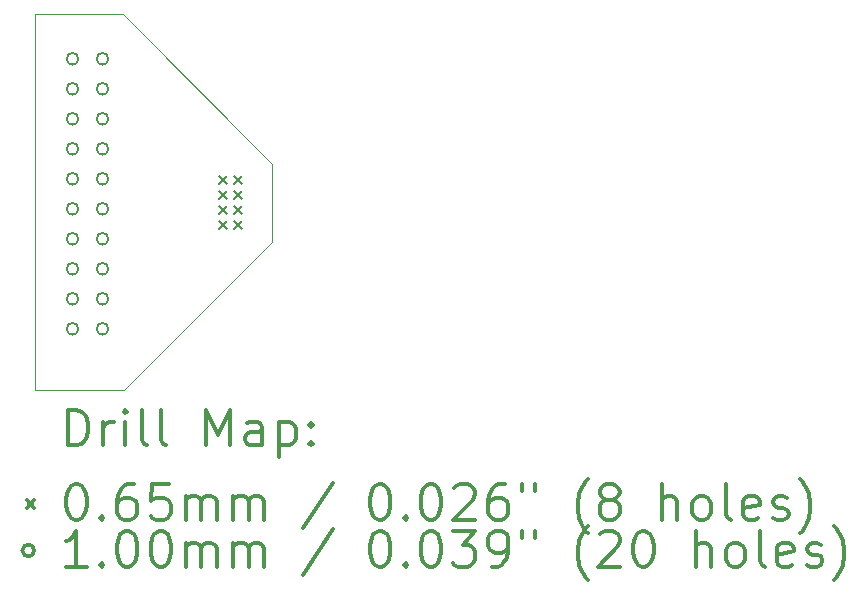
<source format=gbr>
%FSLAX45Y45*%
G04 Gerber Fmt 4.5, Leading zero omitted, Abs format (unit mm)*
G04 Created by KiCad (PCBNEW (5.1.6-0-10_14)) date 2022-05-20 12:21:23*
%MOMM*%
%LPD*%
G01*
G04 APERTURE LIST*
%TA.AperFunction,Profile*%
%ADD10C,0.100000*%
%TD*%
%ADD11C,0.200000*%
%ADD12C,0.300000*%
G04 APERTURE END LIST*
D10*
X8613140Y-7002780D02*
X8613140Y-6342380D01*
X7348220Y-5077460D02*
X8613140Y-6342380D01*
X6604000Y-5077460D02*
X7348220Y-5077460D01*
X6604000Y-8255000D02*
X6604000Y-5077460D01*
X7360920Y-8255000D02*
X6604000Y-8255000D01*
X8613140Y-7002780D02*
X7360920Y-8255000D01*
D11*
X8166620Y-6447040D02*
X8231620Y-6512040D01*
X8231620Y-6447040D02*
X8166620Y-6512040D01*
X8166620Y-6574040D02*
X8231620Y-6639040D01*
X8231620Y-6574040D02*
X8166620Y-6639040D01*
X8166620Y-6701040D02*
X8231620Y-6766040D01*
X8231620Y-6701040D02*
X8166620Y-6766040D01*
X8166620Y-6828040D02*
X8231620Y-6893040D01*
X8231620Y-6828040D02*
X8166620Y-6893040D01*
X8293620Y-6447040D02*
X8358620Y-6512040D01*
X8358620Y-6447040D02*
X8293620Y-6512040D01*
X8293620Y-6574040D02*
X8358620Y-6639040D01*
X8358620Y-6574040D02*
X8293620Y-6639040D01*
X8293620Y-6701040D02*
X8358620Y-6766040D01*
X8358620Y-6701040D02*
X8293620Y-6766040D01*
X8293620Y-6828040D02*
X8358620Y-6893040D01*
X8358620Y-6828040D02*
X8293620Y-6893040D01*
X6973000Y-5453000D02*
G75*
G03*
X6973000Y-5453000I-50000J0D01*
G01*
X6973000Y-5707000D02*
G75*
G03*
X6973000Y-5707000I-50000J0D01*
G01*
X6973000Y-5961000D02*
G75*
G03*
X6973000Y-5961000I-50000J0D01*
G01*
X6973000Y-6215000D02*
G75*
G03*
X6973000Y-6215000I-50000J0D01*
G01*
X6973000Y-6469000D02*
G75*
G03*
X6973000Y-6469000I-50000J0D01*
G01*
X6973000Y-6723000D02*
G75*
G03*
X6973000Y-6723000I-50000J0D01*
G01*
X6973000Y-6977000D02*
G75*
G03*
X6973000Y-6977000I-50000J0D01*
G01*
X6973000Y-7231000D02*
G75*
G03*
X6973000Y-7231000I-50000J0D01*
G01*
X6973000Y-7485000D02*
G75*
G03*
X6973000Y-7485000I-50000J0D01*
G01*
X6973000Y-7739000D02*
G75*
G03*
X6973000Y-7739000I-50000J0D01*
G01*
X7227000Y-5453000D02*
G75*
G03*
X7227000Y-5453000I-50000J0D01*
G01*
X7227000Y-5707000D02*
G75*
G03*
X7227000Y-5707000I-50000J0D01*
G01*
X7227000Y-5961000D02*
G75*
G03*
X7227000Y-5961000I-50000J0D01*
G01*
X7227000Y-6215000D02*
G75*
G03*
X7227000Y-6215000I-50000J0D01*
G01*
X7227000Y-6469000D02*
G75*
G03*
X7227000Y-6469000I-50000J0D01*
G01*
X7227000Y-6723000D02*
G75*
G03*
X7227000Y-6723000I-50000J0D01*
G01*
X7227000Y-6977000D02*
G75*
G03*
X7227000Y-6977000I-50000J0D01*
G01*
X7227000Y-7231000D02*
G75*
G03*
X7227000Y-7231000I-50000J0D01*
G01*
X7227000Y-7485000D02*
G75*
G03*
X7227000Y-7485000I-50000J0D01*
G01*
X7227000Y-7739000D02*
G75*
G03*
X7227000Y-7739000I-50000J0D01*
G01*
D12*
X6885428Y-8725714D02*
X6885428Y-8425714D01*
X6956857Y-8425714D01*
X6999714Y-8440000D01*
X7028286Y-8468572D01*
X7042571Y-8497143D01*
X7056857Y-8554286D01*
X7056857Y-8597143D01*
X7042571Y-8654286D01*
X7028286Y-8682857D01*
X6999714Y-8711429D01*
X6956857Y-8725714D01*
X6885428Y-8725714D01*
X7185428Y-8725714D02*
X7185428Y-8525714D01*
X7185428Y-8582857D02*
X7199714Y-8554286D01*
X7214000Y-8540000D01*
X7242571Y-8525714D01*
X7271143Y-8525714D01*
X7371143Y-8725714D02*
X7371143Y-8525714D01*
X7371143Y-8425714D02*
X7356857Y-8440000D01*
X7371143Y-8454286D01*
X7385428Y-8440000D01*
X7371143Y-8425714D01*
X7371143Y-8454286D01*
X7556857Y-8725714D02*
X7528286Y-8711429D01*
X7514000Y-8682857D01*
X7514000Y-8425714D01*
X7714000Y-8725714D02*
X7685428Y-8711429D01*
X7671143Y-8682857D01*
X7671143Y-8425714D01*
X8056857Y-8725714D02*
X8056857Y-8425714D01*
X8156857Y-8640000D01*
X8256857Y-8425714D01*
X8256857Y-8725714D01*
X8528286Y-8725714D02*
X8528286Y-8568572D01*
X8514000Y-8540000D01*
X8485428Y-8525714D01*
X8428286Y-8525714D01*
X8399714Y-8540000D01*
X8528286Y-8711429D02*
X8499714Y-8725714D01*
X8428286Y-8725714D01*
X8399714Y-8711429D01*
X8385428Y-8682857D01*
X8385428Y-8654286D01*
X8399714Y-8625714D01*
X8428286Y-8611429D01*
X8499714Y-8611429D01*
X8528286Y-8597143D01*
X8671143Y-8525714D02*
X8671143Y-8825714D01*
X8671143Y-8540000D02*
X8699714Y-8525714D01*
X8756857Y-8525714D01*
X8785428Y-8540000D01*
X8799714Y-8554286D01*
X8814000Y-8582857D01*
X8814000Y-8668572D01*
X8799714Y-8697143D01*
X8785428Y-8711429D01*
X8756857Y-8725714D01*
X8699714Y-8725714D01*
X8671143Y-8711429D01*
X8942571Y-8697143D02*
X8956857Y-8711429D01*
X8942571Y-8725714D01*
X8928286Y-8711429D01*
X8942571Y-8697143D01*
X8942571Y-8725714D01*
X8942571Y-8540000D02*
X8956857Y-8554286D01*
X8942571Y-8568572D01*
X8928286Y-8554286D01*
X8942571Y-8540000D01*
X8942571Y-8568572D01*
X6534000Y-9187500D02*
X6599000Y-9252500D01*
X6599000Y-9187500D02*
X6534000Y-9252500D01*
X6942571Y-9055714D02*
X6971143Y-9055714D01*
X6999714Y-9070000D01*
X7014000Y-9084286D01*
X7028286Y-9112857D01*
X7042571Y-9170000D01*
X7042571Y-9241429D01*
X7028286Y-9298572D01*
X7014000Y-9327143D01*
X6999714Y-9341429D01*
X6971143Y-9355714D01*
X6942571Y-9355714D01*
X6914000Y-9341429D01*
X6899714Y-9327143D01*
X6885428Y-9298572D01*
X6871143Y-9241429D01*
X6871143Y-9170000D01*
X6885428Y-9112857D01*
X6899714Y-9084286D01*
X6914000Y-9070000D01*
X6942571Y-9055714D01*
X7171143Y-9327143D02*
X7185428Y-9341429D01*
X7171143Y-9355714D01*
X7156857Y-9341429D01*
X7171143Y-9327143D01*
X7171143Y-9355714D01*
X7442571Y-9055714D02*
X7385428Y-9055714D01*
X7356857Y-9070000D01*
X7342571Y-9084286D01*
X7314000Y-9127143D01*
X7299714Y-9184286D01*
X7299714Y-9298572D01*
X7314000Y-9327143D01*
X7328286Y-9341429D01*
X7356857Y-9355714D01*
X7414000Y-9355714D01*
X7442571Y-9341429D01*
X7456857Y-9327143D01*
X7471143Y-9298572D01*
X7471143Y-9227143D01*
X7456857Y-9198572D01*
X7442571Y-9184286D01*
X7414000Y-9170000D01*
X7356857Y-9170000D01*
X7328286Y-9184286D01*
X7314000Y-9198572D01*
X7299714Y-9227143D01*
X7742571Y-9055714D02*
X7599714Y-9055714D01*
X7585428Y-9198572D01*
X7599714Y-9184286D01*
X7628286Y-9170000D01*
X7699714Y-9170000D01*
X7728286Y-9184286D01*
X7742571Y-9198572D01*
X7756857Y-9227143D01*
X7756857Y-9298572D01*
X7742571Y-9327143D01*
X7728286Y-9341429D01*
X7699714Y-9355714D01*
X7628286Y-9355714D01*
X7599714Y-9341429D01*
X7585428Y-9327143D01*
X7885428Y-9355714D02*
X7885428Y-9155714D01*
X7885428Y-9184286D02*
X7899714Y-9170000D01*
X7928286Y-9155714D01*
X7971143Y-9155714D01*
X7999714Y-9170000D01*
X8014000Y-9198572D01*
X8014000Y-9355714D01*
X8014000Y-9198572D02*
X8028286Y-9170000D01*
X8056857Y-9155714D01*
X8099714Y-9155714D01*
X8128286Y-9170000D01*
X8142571Y-9198572D01*
X8142571Y-9355714D01*
X8285428Y-9355714D02*
X8285428Y-9155714D01*
X8285428Y-9184286D02*
X8299714Y-9170000D01*
X8328286Y-9155714D01*
X8371143Y-9155714D01*
X8399714Y-9170000D01*
X8414000Y-9198572D01*
X8414000Y-9355714D01*
X8414000Y-9198572D02*
X8428286Y-9170000D01*
X8456857Y-9155714D01*
X8499714Y-9155714D01*
X8528286Y-9170000D01*
X8542571Y-9198572D01*
X8542571Y-9355714D01*
X9128286Y-9041429D02*
X8871143Y-9427143D01*
X9514000Y-9055714D02*
X9542571Y-9055714D01*
X9571143Y-9070000D01*
X9585428Y-9084286D01*
X9599714Y-9112857D01*
X9614000Y-9170000D01*
X9614000Y-9241429D01*
X9599714Y-9298572D01*
X9585428Y-9327143D01*
X9571143Y-9341429D01*
X9542571Y-9355714D01*
X9514000Y-9355714D01*
X9485428Y-9341429D01*
X9471143Y-9327143D01*
X9456857Y-9298572D01*
X9442571Y-9241429D01*
X9442571Y-9170000D01*
X9456857Y-9112857D01*
X9471143Y-9084286D01*
X9485428Y-9070000D01*
X9514000Y-9055714D01*
X9742571Y-9327143D02*
X9756857Y-9341429D01*
X9742571Y-9355714D01*
X9728286Y-9341429D01*
X9742571Y-9327143D01*
X9742571Y-9355714D01*
X9942571Y-9055714D02*
X9971143Y-9055714D01*
X9999714Y-9070000D01*
X10014000Y-9084286D01*
X10028286Y-9112857D01*
X10042571Y-9170000D01*
X10042571Y-9241429D01*
X10028286Y-9298572D01*
X10014000Y-9327143D01*
X9999714Y-9341429D01*
X9971143Y-9355714D01*
X9942571Y-9355714D01*
X9914000Y-9341429D01*
X9899714Y-9327143D01*
X9885428Y-9298572D01*
X9871143Y-9241429D01*
X9871143Y-9170000D01*
X9885428Y-9112857D01*
X9899714Y-9084286D01*
X9914000Y-9070000D01*
X9942571Y-9055714D01*
X10156857Y-9084286D02*
X10171143Y-9070000D01*
X10199714Y-9055714D01*
X10271143Y-9055714D01*
X10299714Y-9070000D01*
X10314000Y-9084286D01*
X10328286Y-9112857D01*
X10328286Y-9141429D01*
X10314000Y-9184286D01*
X10142571Y-9355714D01*
X10328286Y-9355714D01*
X10585428Y-9055714D02*
X10528286Y-9055714D01*
X10499714Y-9070000D01*
X10485428Y-9084286D01*
X10456857Y-9127143D01*
X10442571Y-9184286D01*
X10442571Y-9298572D01*
X10456857Y-9327143D01*
X10471143Y-9341429D01*
X10499714Y-9355714D01*
X10556857Y-9355714D01*
X10585428Y-9341429D01*
X10599714Y-9327143D01*
X10614000Y-9298572D01*
X10614000Y-9227143D01*
X10599714Y-9198572D01*
X10585428Y-9184286D01*
X10556857Y-9170000D01*
X10499714Y-9170000D01*
X10471143Y-9184286D01*
X10456857Y-9198572D01*
X10442571Y-9227143D01*
X10728286Y-9055714D02*
X10728286Y-9112857D01*
X10842571Y-9055714D02*
X10842571Y-9112857D01*
X11285428Y-9470000D02*
X11271143Y-9455714D01*
X11242571Y-9412857D01*
X11228286Y-9384286D01*
X11214000Y-9341429D01*
X11199714Y-9270000D01*
X11199714Y-9212857D01*
X11214000Y-9141429D01*
X11228286Y-9098572D01*
X11242571Y-9070000D01*
X11271143Y-9027143D01*
X11285428Y-9012857D01*
X11442571Y-9184286D02*
X11414000Y-9170000D01*
X11399714Y-9155714D01*
X11385428Y-9127143D01*
X11385428Y-9112857D01*
X11399714Y-9084286D01*
X11414000Y-9070000D01*
X11442571Y-9055714D01*
X11499714Y-9055714D01*
X11528286Y-9070000D01*
X11542571Y-9084286D01*
X11556857Y-9112857D01*
X11556857Y-9127143D01*
X11542571Y-9155714D01*
X11528286Y-9170000D01*
X11499714Y-9184286D01*
X11442571Y-9184286D01*
X11414000Y-9198572D01*
X11399714Y-9212857D01*
X11385428Y-9241429D01*
X11385428Y-9298572D01*
X11399714Y-9327143D01*
X11414000Y-9341429D01*
X11442571Y-9355714D01*
X11499714Y-9355714D01*
X11528286Y-9341429D01*
X11542571Y-9327143D01*
X11556857Y-9298572D01*
X11556857Y-9241429D01*
X11542571Y-9212857D01*
X11528286Y-9198572D01*
X11499714Y-9184286D01*
X11914000Y-9355714D02*
X11914000Y-9055714D01*
X12042571Y-9355714D02*
X12042571Y-9198572D01*
X12028286Y-9170000D01*
X11999714Y-9155714D01*
X11956857Y-9155714D01*
X11928286Y-9170000D01*
X11914000Y-9184286D01*
X12228286Y-9355714D02*
X12199714Y-9341429D01*
X12185428Y-9327143D01*
X12171143Y-9298572D01*
X12171143Y-9212857D01*
X12185428Y-9184286D01*
X12199714Y-9170000D01*
X12228286Y-9155714D01*
X12271143Y-9155714D01*
X12299714Y-9170000D01*
X12314000Y-9184286D01*
X12328286Y-9212857D01*
X12328286Y-9298572D01*
X12314000Y-9327143D01*
X12299714Y-9341429D01*
X12271143Y-9355714D01*
X12228286Y-9355714D01*
X12499714Y-9355714D02*
X12471143Y-9341429D01*
X12456857Y-9312857D01*
X12456857Y-9055714D01*
X12728286Y-9341429D02*
X12699714Y-9355714D01*
X12642571Y-9355714D01*
X12614000Y-9341429D01*
X12599714Y-9312857D01*
X12599714Y-9198572D01*
X12614000Y-9170000D01*
X12642571Y-9155714D01*
X12699714Y-9155714D01*
X12728286Y-9170000D01*
X12742571Y-9198572D01*
X12742571Y-9227143D01*
X12599714Y-9255714D01*
X12856857Y-9341429D02*
X12885428Y-9355714D01*
X12942571Y-9355714D01*
X12971143Y-9341429D01*
X12985428Y-9312857D01*
X12985428Y-9298572D01*
X12971143Y-9270000D01*
X12942571Y-9255714D01*
X12899714Y-9255714D01*
X12871143Y-9241429D01*
X12856857Y-9212857D01*
X12856857Y-9198572D01*
X12871143Y-9170000D01*
X12899714Y-9155714D01*
X12942571Y-9155714D01*
X12971143Y-9170000D01*
X13085428Y-9470000D02*
X13099714Y-9455714D01*
X13128286Y-9412857D01*
X13142571Y-9384286D01*
X13156857Y-9341429D01*
X13171143Y-9270000D01*
X13171143Y-9212857D01*
X13156857Y-9141429D01*
X13142571Y-9098572D01*
X13128286Y-9070000D01*
X13099714Y-9027143D01*
X13085428Y-9012857D01*
X6599000Y-9616000D02*
G75*
G03*
X6599000Y-9616000I-50000J0D01*
G01*
X7042571Y-9751714D02*
X6871143Y-9751714D01*
X6956857Y-9751714D02*
X6956857Y-9451714D01*
X6928286Y-9494572D01*
X6899714Y-9523143D01*
X6871143Y-9537429D01*
X7171143Y-9723143D02*
X7185428Y-9737429D01*
X7171143Y-9751714D01*
X7156857Y-9737429D01*
X7171143Y-9723143D01*
X7171143Y-9751714D01*
X7371143Y-9451714D02*
X7399714Y-9451714D01*
X7428286Y-9466000D01*
X7442571Y-9480286D01*
X7456857Y-9508857D01*
X7471143Y-9566000D01*
X7471143Y-9637429D01*
X7456857Y-9694572D01*
X7442571Y-9723143D01*
X7428286Y-9737429D01*
X7399714Y-9751714D01*
X7371143Y-9751714D01*
X7342571Y-9737429D01*
X7328286Y-9723143D01*
X7314000Y-9694572D01*
X7299714Y-9637429D01*
X7299714Y-9566000D01*
X7314000Y-9508857D01*
X7328286Y-9480286D01*
X7342571Y-9466000D01*
X7371143Y-9451714D01*
X7656857Y-9451714D02*
X7685428Y-9451714D01*
X7714000Y-9466000D01*
X7728286Y-9480286D01*
X7742571Y-9508857D01*
X7756857Y-9566000D01*
X7756857Y-9637429D01*
X7742571Y-9694572D01*
X7728286Y-9723143D01*
X7714000Y-9737429D01*
X7685428Y-9751714D01*
X7656857Y-9751714D01*
X7628286Y-9737429D01*
X7614000Y-9723143D01*
X7599714Y-9694572D01*
X7585428Y-9637429D01*
X7585428Y-9566000D01*
X7599714Y-9508857D01*
X7614000Y-9480286D01*
X7628286Y-9466000D01*
X7656857Y-9451714D01*
X7885428Y-9751714D02*
X7885428Y-9551714D01*
X7885428Y-9580286D02*
X7899714Y-9566000D01*
X7928286Y-9551714D01*
X7971143Y-9551714D01*
X7999714Y-9566000D01*
X8014000Y-9594572D01*
X8014000Y-9751714D01*
X8014000Y-9594572D02*
X8028286Y-9566000D01*
X8056857Y-9551714D01*
X8099714Y-9551714D01*
X8128286Y-9566000D01*
X8142571Y-9594572D01*
X8142571Y-9751714D01*
X8285428Y-9751714D02*
X8285428Y-9551714D01*
X8285428Y-9580286D02*
X8299714Y-9566000D01*
X8328286Y-9551714D01*
X8371143Y-9551714D01*
X8399714Y-9566000D01*
X8414000Y-9594572D01*
X8414000Y-9751714D01*
X8414000Y-9594572D02*
X8428286Y-9566000D01*
X8456857Y-9551714D01*
X8499714Y-9551714D01*
X8528286Y-9566000D01*
X8542571Y-9594572D01*
X8542571Y-9751714D01*
X9128286Y-9437429D02*
X8871143Y-9823143D01*
X9514000Y-9451714D02*
X9542571Y-9451714D01*
X9571143Y-9466000D01*
X9585428Y-9480286D01*
X9599714Y-9508857D01*
X9614000Y-9566000D01*
X9614000Y-9637429D01*
X9599714Y-9694572D01*
X9585428Y-9723143D01*
X9571143Y-9737429D01*
X9542571Y-9751714D01*
X9514000Y-9751714D01*
X9485428Y-9737429D01*
X9471143Y-9723143D01*
X9456857Y-9694572D01*
X9442571Y-9637429D01*
X9442571Y-9566000D01*
X9456857Y-9508857D01*
X9471143Y-9480286D01*
X9485428Y-9466000D01*
X9514000Y-9451714D01*
X9742571Y-9723143D02*
X9756857Y-9737429D01*
X9742571Y-9751714D01*
X9728286Y-9737429D01*
X9742571Y-9723143D01*
X9742571Y-9751714D01*
X9942571Y-9451714D02*
X9971143Y-9451714D01*
X9999714Y-9466000D01*
X10014000Y-9480286D01*
X10028286Y-9508857D01*
X10042571Y-9566000D01*
X10042571Y-9637429D01*
X10028286Y-9694572D01*
X10014000Y-9723143D01*
X9999714Y-9737429D01*
X9971143Y-9751714D01*
X9942571Y-9751714D01*
X9914000Y-9737429D01*
X9899714Y-9723143D01*
X9885428Y-9694572D01*
X9871143Y-9637429D01*
X9871143Y-9566000D01*
X9885428Y-9508857D01*
X9899714Y-9480286D01*
X9914000Y-9466000D01*
X9942571Y-9451714D01*
X10142571Y-9451714D02*
X10328286Y-9451714D01*
X10228286Y-9566000D01*
X10271143Y-9566000D01*
X10299714Y-9580286D01*
X10314000Y-9594572D01*
X10328286Y-9623143D01*
X10328286Y-9694572D01*
X10314000Y-9723143D01*
X10299714Y-9737429D01*
X10271143Y-9751714D01*
X10185428Y-9751714D01*
X10156857Y-9737429D01*
X10142571Y-9723143D01*
X10471143Y-9751714D02*
X10528286Y-9751714D01*
X10556857Y-9737429D01*
X10571143Y-9723143D01*
X10599714Y-9680286D01*
X10614000Y-9623143D01*
X10614000Y-9508857D01*
X10599714Y-9480286D01*
X10585428Y-9466000D01*
X10556857Y-9451714D01*
X10499714Y-9451714D01*
X10471143Y-9466000D01*
X10456857Y-9480286D01*
X10442571Y-9508857D01*
X10442571Y-9580286D01*
X10456857Y-9608857D01*
X10471143Y-9623143D01*
X10499714Y-9637429D01*
X10556857Y-9637429D01*
X10585428Y-9623143D01*
X10599714Y-9608857D01*
X10614000Y-9580286D01*
X10728286Y-9451714D02*
X10728286Y-9508857D01*
X10842571Y-9451714D02*
X10842571Y-9508857D01*
X11285428Y-9866000D02*
X11271143Y-9851714D01*
X11242571Y-9808857D01*
X11228286Y-9780286D01*
X11214000Y-9737429D01*
X11199714Y-9666000D01*
X11199714Y-9608857D01*
X11214000Y-9537429D01*
X11228286Y-9494572D01*
X11242571Y-9466000D01*
X11271143Y-9423143D01*
X11285428Y-9408857D01*
X11385428Y-9480286D02*
X11399714Y-9466000D01*
X11428286Y-9451714D01*
X11499714Y-9451714D01*
X11528286Y-9466000D01*
X11542571Y-9480286D01*
X11556857Y-9508857D01*
X11556857Y-9537429D01*
X11542571Y-9580286D01*
X11371143Y-9751714D01*
X11556857Y-9751714D01*
X11742571Y-9451714D02*
X11771143Y-9451714D01*
X11799714Y-9466000D01*
X11814000Y-9480286D01*
X11828286Y-9508857D01*
X11842571Y-9566000D01*
X11842571Y-9637429D01*
X11828286Y-9694572D01*
X11814000Y-9723143D01*
X11799714Y-9737429D01*
X11771143Y-9751714D01*
X11742571Y-9751714D01*
X11714000Y-9737429D01*
X11699714Y-9723143D01*
X11685428Y-9694572D01*
X11671143Y-9637429D01*
X11671143Y-9566000D01*
X11685428Y-9508857D01*
X11699714Y-9480286D01*
X11714000Y-9466000D01*
X11742571Y-9451714D01*
X12199714Y-9751714D02*
X12199714Y-9451714D01*
X12328286Y-9751714D02*
X12328286Y-9594572D01*
X12314000Y-9566000D01*
X12285428Y-9551714D01*
X12242571Y-9551714D01*
X12214000Y-9566000D01*
X12199714Y-9580286D01*
X12514000Y-9751714D02*
X12485428Y-9737429D01*
X12471143Y-9723143D01*
X12456857Y-9694572D01*
X12456857Y-9608857D01*
X12471143Y-9580286D01*
X12485428Y-9566000D01*
X12514000Y-9551714D01*
X12556857Y-9551714D01*
X12585428Y-9566000D01*
X12599714Y-9580286D01*
X12614000Y-9608857D01*
X12614000Y-9694572D01*
X12599714Y-9723143D01*
X12585428Y-9737429D01*
X12556857Y-9751714D01*
X12514000Y-9751714D01*
X12785428Y-9751714D02*
X12756857Y-9737429D01*
X12742571Y-9708857D01*
X12742571Y-9451714D01*
X13014000Y-9737429D02*
X12985428Y-9751714D01*
X12928286Y-9751714D01*
X12899714Y-9737429D01*
X12885428Y-9708857D01*
X12885428Y-9594572D01*
X12899714Y-9566000D01*
X12928286Y-9551714D01*
X12985428Y-9551714D01*
X13014000Y-9566000D01*
X13028286Y-9594572D01*
X13028286Y-9623143D01*
X12885428Y-9651714D01*
X13142571Y-9737429D02*
X13171143Y-9751714D01*
X13228286Y-9751714D01*
X13256857Y-9737429D01*
X13271143Y-9708857D01*
X13271143Y-9694572D01*
X13256857Y-9666000D01*
X13228286Y-9651714D01*
X13185428Y-9651714D01*
X13156857Y-9637429D01*
X13142571Y-9608857D01*
X13142571Y-9594572D01*
X13156857Y-9566000D01*
X13185428Y-9551714D01*
X13228286Y-9551714D01*
X13256857Y-9566000D01*
X13371143Y-9866000D02*
X13385428Y-9851714D01*
X13414000Y-9808857D01*
X13428286Y-9780286D01*
X13442571Y-9737429D01*
X13456857Y-9666000D01*
X13456857Y-9608857D01*
X13442571Y-9537429D01*
X13428286Y-9494572D01*
X13414000Y-9466000D01*
X13385428Y-9423143D01*
X13371143Y-9408857D01*
M02*

</source>
